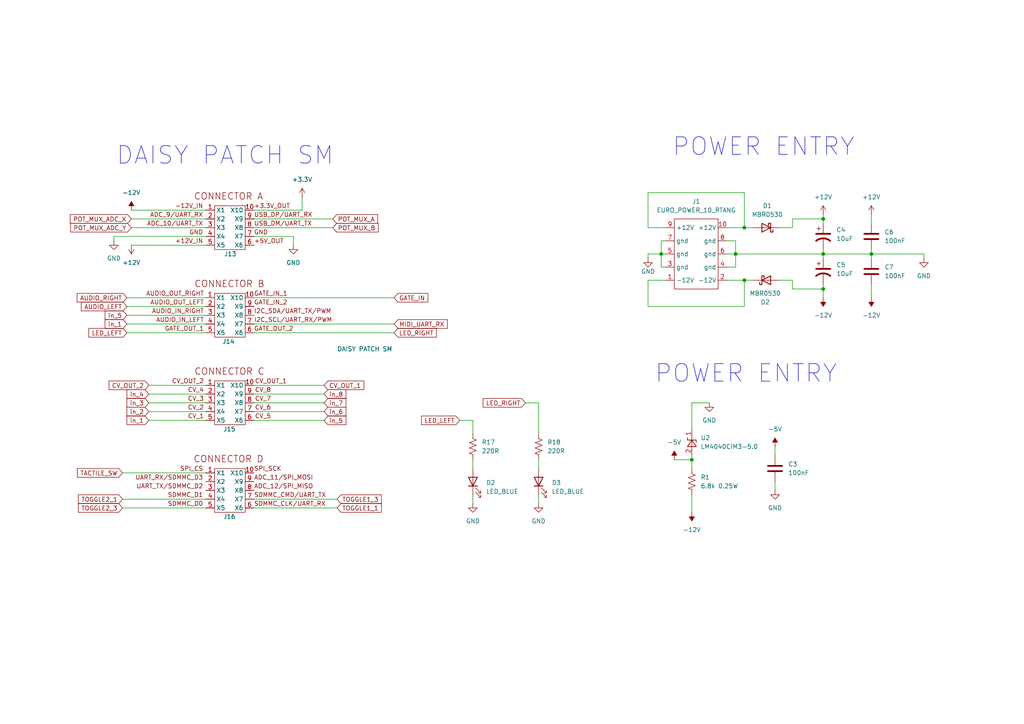
<source format=kicad_sch>
(kicad_sch (version 20250114) (generator "eeschema") (generator_version "9.0")
  (paper "A4")
  (title_block (title "200 Series Synthesis Platform") (date "2025-01-18") (rev "A0") (company "SVG Synthesis"))
  (lib_symbols
    (symbol "0_synthesis_ic:DIODE_MBR0530" (pin_numbers (hide yes)) (pin_names (offset 1.016) (hide yes))
      (property "Reference" "D" (at 0 2.54 0))
      (property "Value" "MBR0530" (at 0 -2.54 0))
      (symbol "DIODE_MBR0530_0_1"
        (polyline (pts (xy -1.905 0.635) (xy -1.905 1.27) (xy -1.27 1.27) (xy -1.27 -1.27) (xy -0.635 -1.27) (xy -0.635 -0.635)) (stroke (width 0.254)))
        (polyline (pts (xy 1.27 1.27) (xy 1.27 -1.27) (xy -1.27 0) (xy 1.27 1.27)) (stroke (width 0.254)))
        (polyline (pts (xy 1.27 0) (xy -1.27 0)))
      )
      (symbol "DIODE_MBR0530_1_1"
        (pin passive line (at -3.81 0 0) (length 2.54) (name "K") (number "1"))
        (pin passive line (at 3.81 0 180) (length 2.54) (name "A") (number "2"))
      )
    )
    (symbol "0_synthesis_ic:VREF_5V_0.5%" (pin_names (offset 0.0254) (hide yes))
      (property "Reference" "U" (at 0 2.54 0))
      (property "Value" "LM4040CIM3-5.0" (at 0 -3.175 0))
      (symbol "VREF_5V_0.5%_0_1"
        (polyline (pts (xy -1.27 0) (xy 0 0) (xy 1.27 0)))
        (polyline (pts (xy -1.27 -1.27) (xy 0.635 0) (xy -1.27 1.27) (xy -1.27 -1.27)) (stroke (width 0.2032)))
        (polyline (pts (xy 0 -1.27) (xy 0.635 -1.27) (xy 0.635 1.27) (xy 1.27 1.27)) (stroke (width 0.2032)))
      )
      (symbol "VREF_5V_0.5%_1_1"
        (pin passive line (at -3.81 0 0) (length 2.54) (name "A") (number "2"))
        (pin no_connect line (at -1.27 0 0) (length 2.54) (hide yes) (name "NC") (number "3"))
        (pin passive line (at 3.81 0 180) (length 2.54) (name "K") (number "1"))
      )
    )
    (symbol "0_synthesis_other:Daisy_Patch_SM_Guide" (in_bom no)
      (property "Value" "DAISY PATCH SM" (at 7.874 -43.18 0))
      (symbol "Daisy_Patch_SM_Guide_1_1"
        (text "-12V_IN" (at 0.508 48.26 0) (effects (font (size 1.27 1.27)) (justify right)))
        (text "ADC_9/UART_RX" (at 0.508 45.72 0) (effects (font (size 1.27 1.27)) (justify right)))
        (text "ADC_10/UART_TX" (at 0.508 43.18 0) (effects (font (size 1.27 1.27)) (justify right)))
        (text "GND" (at 0.508 40.64 0) (effects (font (size 1.27 1.27)) (justify right)))
        (text "+12V_IN" (at 0.508 38.1 0) (effects (font (size 1.27 1.27)) (justify right)))
        (text "SPI_CS" (at 0.508 -27.94 0) (effects (font (size 1.27 1.27)) (justify right)))
        (text "UART_RX/SDMMC_D3" (at 0.508 -30.48 0) (effects (font (size 1.27 1.27)) (justify right)))
        (text "UART_TX/SDMMC_D2" (at 0.508 -33.02 0) (effects (font (size 1.27 1.27)) (justify right)))
        (text "SDMMC_D1" (at 0.508 -35.56 0) (effects (font (size 1.27 1.27)) (justify right)))
        (text "SDMMC_D0" (at 0.508 -38.1 0) (effects (font (size 1.27 1.27)) (justify right)))
        (text "AUDIO_OUT_RIGHT" (at 0.762 22.86 0) (effects (font (size 1.27 1.27)) (justify right)))
        (text "AUDIO_OUT_LEFT" (at 0.762 20.32 0) (effects (font (size 1.27 1.27)) (justify right)))
        (text "AUDIO_IN_RIGHT" (at 0.762 17.78 0) (effects (font (size 1.27 1.27)) (justify right)))
        (text "AUDIO_IN_LEFT" (at 0.762 15.24 0) (effects (font (size 1.27 1.27)) (justify right)))
        (text "GATE_OUT_1" (at 0.762 12.7 0) (effects (font (size 1.27 1.27)) (justify right)))
        (text "CV_OUT_2" (at 0.762 -2.54 0) (effects (font (size 1.27 1.27)) (justify right)))
        (text "CV_4" (at 0.762 -5.08 0) (effects (font (size 1.27 1.27)) (justify right)))
        (text "CV_3" (at 0.762 -7.62 0) (effects (font (size 1.27 1.27)) (justify right)))
        (text "CV_2" (at 0.762 -10.16 0) (effects (font (size 1.27 1.27)) (justify right)))
        (text "CV_1" (at 0.762 -12.7 0) (effects (font (size 1.27 1.27)) (justify right)))
        (text "CONNECTOR A" (at 7.874 51.054 0) (effects (font (size 1.905 1.905))))
        (text "CONNECTOR D" (at 7.874 -25.146 0) (effects (font (size 1.905 1.905))))
        (text "CONNECTOR B" (at 8.128 25.654 0) (effects (font (size 1.905 1.905))))
        (text "CONNECTOR C" (at 8.128 0.254 0) (effects (font (size 1.905 1.905))))
        (text "+3.3V_OUT" (at 15.24 48.26 0) (effects (font (size 1.27 1.27)) (justify left)))
        (text "USB_DP/UART_RX" (at 15.24 45.72 0) (effects (font (size 1.27 1.27)) (justify left)))
        (text "USB_DM/UART_TX" (at 15.24 43.18 0) (effects (font (size 1.27 1.27)) (justify left)))
        (text "GND" (at 15.24 40.64 0) (effects (font (size 1.27 1.27)) (justify left)))
        (text "+5V_OUT" (at 15.24 38.1 0) (effects (font (size 1.27 1.27)) (justify left)))
        (text "GATE_IN_1" (at 15.24 22.86 0) (effects (font (size 1.27 1.27)) (justify left)))
        (text "GATE_IN_2" (at 15.24 20.32 0) (effects (font (size 1.27 1.27)) (justify left)))
        (text "I2C_SDA/UART_TX/PWM" (at 15.24 17.78 0) (effects (font (size 1.27 1.27)) (justify left)))
        (text "I2C_SCL/UART_RX/PWM" (at 15.24 15.24 0) (effects (font (size 1.27 1.27)) (justify left)))
        (text "GATE_OUT_2" (at 15.24 12.7 0) (effects (font (size 1.27 1.27)) (justify left)))
        (text "SPI_SCK" (at 15.24 -27.94 0) (effects (font (size 1.27 1.27)) (justify left)))
        (text "ADC_11/SPI_MOSI" (at 15.24 -30.48 0) (effects (font (size 1.27 1.27)) (justify left)))
        (text "ADC_12/SPI_MISO" (at 15.24 -33.02 0) (effects (font (size 1.27 1.27)) (justify left)))
        (text "SDMMC_CMD/UART_TX" (at 15.24 -35.56 0) (effects (font (size 1.27 1.27)) (justify left)))
        (text "SDMMC_CLK/UART_RX" (at 15.24 -38.1 0) (effects (font (size 1.27 1.27)) (justify left)))
        (text "CV_OUT_1" (at 15.494 -2.54 0) (effects (font (size 1.27 1.27)) (justify left)))
        (text "CV_8" (at 15.494 -5.08 0) (effects (font (size 1.27 1.27)) (justify left)))
        (text "CV_7" (at 15.494 -7.62 0) (effects (font (size 1.27 1.27)) (justify left)))
        (text "CV_6" (at 15.494 -10.16 0) (effects (font (size 1.27 1.27)) (justify left)))
        (text "CV_5" (at 15.494 -12.7 0) (effects (font (size 1.27 1.27)) (justify left)))
      )
    )
    (symbol "0_synthesis_other:EURO_POWER_10_RTANG"
      (property "Reference" "J" (at -5.08 11.43 0))
      (property "Value" "EURO_POWER_10_RTANG" (at 0 -11.43 0))
      (symbol "EURO_POWER_10_RTANG_0_1"
        (rectangle (start -6.35 10.16) (end 6.35 -10.16))
      )
      (symbol "EURO_POWER_10_RTANG_1_1"
        (pin power_in line (at -8.89 7.62 0) (length 2.54) (name "+12V") (number "9"))
        (pin power_in line (at -8.89 3.81 0) (length 2.54) (name "gnd") (number "7"))
        (pin power_in line (at -8.89 0 0) (length 2.54) (name "gnd") (number "5"))
        (pin power_in line (at -8.89 -3.81 0) (length 2.54) (name "gnd") (number "3"))
        (pin power_in line (at -8.89 -7.62 0) (length 2.54) (name "-12V") (number "1"))
        (pin power_in line (at 8.89 7.62 180) (length 2.54) (name "+12V") (number "10"))
        (pin power_in line (at 8.89 3.81 180) (length 2.54) (name "gnd") (number "8"))
        (pin power_in line (at 8.89 0 180) (length 2.54) (name "gnd") (number "6"))
        (pin power_in line (at 8.89 -3.81 180) (length 2.54) (name "gnd") (number "4"))
        (pin power_in line (at 8.89 -7.62 180) (length 2.54) (name "-12V") (number "2"))
      )
    )
    (symbol "0_synthesis_other:HEADER_FEMALE_2X5_BOTTOM_ENTRY_SMT"
      (property "Reference" "J" (at 0 1.016 0))
      (symbol "HEADER_FEMALE_2X5_BOTTOM_ENTRY_SMT_1_1"
        (rectangle (start 0 0) (end 8.89 -12.7))
        (pin bidirectional line (at -2.54 -1.27 0) (length 2.54) (name "X1") (number "1"))
        (pin bidirectional line (at -2.54 -3.81 0) (length 2.54) (name "X2") (number "2"))
        (pin bidirectional line (at -2.54 -6.35 0) (length 2.54) (name "X3") (number "3"))
        (pin bidirectional line (at -2.54 -8.89 0) (length 2.54) (name "X4") (number "4"))
        (pin bidirectional line (at -2.54 -11.43 0) (length 2.54) (name "X5") (number "5"))
        (pin bidirectional line (at 11.43 -1.27 180) (length 2.54) (name "X10") (number "10"))
        (pin bidirectional line (at 11.43 -3.81 180) (length 2.54) (name "X9") (number "9"))
        (pin bidirectional line (at 11.43 -6.35 180) (length 2.54) (name "X8") (number "8"))
        (pin bidirectional line (at 11.43 -8.89 180) (length 2.54) (name "X7") (number "7"))
        (pin bidirectional line (at 11.43 -11.43 180) (length 2.54) (name "X6") (number "6"))
      )
    )
    (symbol "0_synthesis_other:LED_BLUE_0603" (pin_numbers (hide yes)) (pin_names (offset 1.016) (hide yes))
      (property "Reference" "D" (at 0 2.54 0))
      (property "Value" "LED_BLUE" (at 0 -2.54 0))
      (symbol "LED_BLUE_0603_0_1"
        (polyline (pts (xy -3.048 -0.762) (xy -4.572 -2.286) (xy -3.81 -2.286) (xy -4.572 -2.286) (xy -4.572 -1.524)))
        (polyline (pts (xy -1.778 -0.762) (xy -3.302 -2.286) (xy -2.54 -2.286) (xy -3.302 -2.286) (xy -3.302 -1.524)))
        (polyline (pts (xy -1.27 0) (xy 1.27 0)))
        (polyline (pts (xy -1.27 -1.27) (xy -1.27 1.27)) (stroke (width 0.254)))
        (polyline (pts (xy 1.27 -1.27) (xy 1.27 1.27) (xy -1.27 0) (xy 1.27 -1.27)) (stroke (width 0.254)))
      )
      (symbol "LED_BLUE_0603_1_1"
        (pin passive line (at -3.81 0 0) (length 2.54) (name "K") (number "1"))
        (pin passive line (at 3.81 0 180) (length 2.54) (name "A") (number "2"))
      )
    )
    (symbol "0_synthesis_passives:CAP_100NF_0603_X7R" (pin_numbers (hide yes)) (pin_names (offset 0.254))
      (property "Reference" "C" (at 0.635 2.54 0))
      (property "Value" "100nF" (at 0.635 -2.54 0))
      (symbol "CAP_100NF_0603_X7R_0_1"
        (polyline (pts (xy -2.032 0.762) (xy 2.032 0.762)) (stroke (width 0.508)))
        (polyline (pts (xy -2.032 -0.762) (xy 2.032 -0.762)) (stroke (width 0.508)))
      )
      (symbol "CAP_100NF_0603_X7R_1_1"
        (pin passive line (at 0 3.81 270) (length 2.794) (name "~") (number "1"))
        (pin passive line (at 0 -3.81 90) (length 2.794) (name "~") (number "2"))
      )
    )
    (symbol "0_synthesis_passives:CAP_10UF_ELECTOLYTIC" (pin_numbers (hide yes)) (pin_names (offset 0.254) (hide yes))
      (property "Reference" "C" (at 0.635 2.54 0))
      (property "Value" "10uF" (at 0.635 -2.54 0))
      (symbol "CAP_10UF_ELECTOLYTIC_0_1"
        (polyline (pts (xy -2.032 0.762) (xy 2.032 0.762)) (stroke (width 0.508)))
        (polyline (pts (xy -1.778 2.286) (xy -0.762 2.286)))
        (polyline (pts (xy -1.27 1.778) (xy -1.27 2.794)))
        (arc (start -2.032 -1.27) (mid 0 -0.5572) (end 2.032 -1.27) (stroke (width 0.508)))
      )
      (symbol "CAP_10UF_ELECTOLYTIC_1_1"
        (pin passive line (at 0 3.81 270) (length 2.794) (name "~") (number "1"))
        (pin passive line (at 0 -3.81 90) (length 3.302) (name "~") (number "2"))
      )
    )
    (symbol "0_synthesis_passives:RES_220R_0603" (pin_numbers (hide yes)) (pin_names (offset 0))
      (property "Reference" "R" (at 2.54 0 90))
      (property "Value" "220R" (at -2.54 0 90))
      (symbol "RES_220R_0603_0_1"
        (polyline (pts (xy 0 2.286) (xy 0 2.54)))
        (polyline (pts (xy 0 2.286) (xy 1.016 1.905) (xy 0 1.524) (xy -1.016 1.143) (xy 0 0.762)))
        (polyline (pts (xy 0 0.762) (xy 1.016 0.381) (xy 0 0) (xy -1.016 -0.381) (xy 0 -0.762)))
        (polyline (pts (xy 0 -0.762) (xy 1.016 -1.143) (xy 0 -1.524) (xy -1.016 -1.905) (xy 0 -2.286)))
        (polyline (pts (xy 0 -2.286) (xy 0 -2.54)))
      )
      (symbol "RES_220R_0603_1_1"
        (pin passive line (at 0 3.81 270) (length 1.27) (name "~") (number "1"))
        (pin passive line (at 0 -3.81 90) (length 1.27) (name "~") (number "2"))
      )
    )
    (symbol "0_synthesis_passives:RES_6.8k_1206_0.25W" (pin_numbers (hide yes)) (pin_names (offset 0))
      (property "Reference" "R" (at 2.54 0 90))
      (property "Value" "6.8k 0.25W" (at -2.54 0 90))
      (symbol "RES_6.8k_1206_0.25W_0_1"
        (polyline (pts (xy 0 2.286) (xy 0 2.54)))
        (polyline (pts (xy 0 2.286) (xy 1.016 1.905) (xy 0 1.524) (xy -1.016 1.143) (xy 0 0.762)))
        (polyline (pts (xy 0 0.762) (xy 1.016 0.381) (xy 0 0) (xy -1.016 -0.381) (xy 0 -0.762)))
        (polyline (pts (xy 0 -0.762) (xy 1.016 -1.143) (xy 0 -1.524) (xy -1.016 -1.905) (xy 0 -2.286)))
        (polyline (pts (xy 0 -2.286) (xy 0 -2.54)))
      )
      (symbol "RES_6.8k_1206_0.25W_1_1"
        (pin passive line (at 0 3.81 270) (length 1.27) (name "~") (number "1"))
        (pin passive line (at 0 -3.81 90) (length 1.27) (name "~") (number "2"))
      )
    )
    (symbol "power:+12V" (power) (pin_numbers (hide yes)) (pin_names (offset 0) (hide yes))
      (property "Value" "+12V" (at 0 3.556 0))
      (symbol "+12V_0_1"
        (polyline (pts (xy -0.762 1.27) (xy 0 2.54)))
        (polyline (pts (xy 0 2.54) (xy 0.762 1.27)))
        (polyline (pts (xy 0 0) (xy 0 2.54)))
      )
      (symbol "+12V_1_1"
        (pin power_in line (at 0 0 90) (length 0) (name "~") (number "1"))
      )
    )
    (symbol "power:+3.3V" (power) (pin_numbers (hide yes)) (pin_names (offset 0) (hide yes))
      (property "Value" "+3.3V" (at 0 3.556 0))
      (symbol "+3.3V_0_1"
        (polyline (pts (xy -0.762 1.27) (xy 0 2.54)))
        (polyline (pts (xy 0 2.54) (xy 0.762 1.27)))
        (polyline (pts (xy 0 0) (xy 0 2.54)))
      )
      (symbol "+3.3V_1_1"
        (pin power_in line (at 0 0 90) (length 0) (name "~") (number "1"))
      )
    )
    (symbol "power:-12V" (power) (pin_numbers (hide yes)) (pin_names (offset 0) (hide yes))
      (property "Value" "-12V" (at 0 3.556 0))
      (symbol "-12V_0_0"
        (pin power_in line (at 0 0 90) (length 0) (name "~") (number "1"))
      )
      (symbol "-12V_0_1"
        (polyline (pts (xy 0 0) (xy 0 1.27) (xy 0.762 1.27) (xy 0 2.54) (xy -0.762 1.27) (xy 0 1.27)) (fill (type outline)))
      )
    )
    (symbol "power:-5V" (power) (pin_numbers (hide yes)) (pin_names (offset 0) (hide yes))
      (property "Value" "-5V" (at 0 3.556 0))
      (symbol "-5V_0_0"
        (pin power_in line (at 0 0 90) (length 0) (name "~") (number "1"))
      )
      (symbol "-5V_0_1"
        (polyline (pts (xy 0 0) (xy 0 1.27) (xy 0.762 1.27) (xy 0 2.54) (xy -0.762 1.27) (xy 0 1.27)) (fill (type outline)))
      )
    )
    (symbol "power:GND" (power) (pin_numbers (hide yes)) (pin_names (offset 0) (hide yes))
      (property "Value" "GND" (at 0 -3.81 0))
      (symbol "GND_0_1"
        (polyline (pts (xy 0 0) (xy 0 -1.27) (xy 1.27 -1.27) (xy 0 -2.54) (xy -1.27 -1.27) (xy 0 -1.27)))
      )
      (symbol "GND_1_1"
        (pin power_in line (at 0 0 270) (length 0) (name "~") (number "1"))
      )
    )
  )
  (text "DAISY PATCH SM" (at 65.278 45.212 0) (effects (font (size 5.08 5.08))))
  (text "POWER ENTRY" (at 221.488 42.672 0) (effects (font (size 5.08 5.08))))
  (text "POWER ENTRY" (at 216.408 108.458 0) (effects (font (size 5.08 5.08))))
  (junction (at 238.76 73.66))
  (junction (at 213.36 73.66))
  (junction (at 191.77 73.66))
  (junction (at 238.76 63.5))
  (junction (at 200.66 133.35))
  (junction (at 215.9 66.04))
  (junction (at 215.9 81.28))
  (junction (at 238.76 83.82))
  (junction (at 252.73 73.66))
  (wire (pts (xy 213.36 73.66) (xy 238.76 73.66)))
  (wire (pts (xy 205.74 116.84) (xy 200.66 116.84)))
  (wire (pts (xy 238.76 62.23) (xy 238.76 63.5)))
  (wire (pts (xy 191.77 69.85) (xy 191.77 73.66)))
  (wire (pts (xy 152.4 116.84) (xy 156.21 116.84)))
  (wire (pts (xy 215.9 81.28) (xy 215.9 88.9)))
  (wire (pts (xy 137.16 143.51) (xy 137.16 146.05)))
  (wire (pts (xy 210.82 81.28) (xy 215.9 81.28)))
  (wire (pts (xy 97.79 147.32) (xy 73.66 147.32)))
  (wire (pts (xy 156.21 143.51) (xy 156.21 146.05)))
  (wire (pts (xy 200.66 132.08) (xy 200.66 133.35)))
  (wire (pts (xy 93.98 111.76) (xy 73.66 111.76)))
  (wire (pts (xy 238.76 72.39) (xy 238.76 73.66)))
  (wire (pts (xy 59.69 96.52) (xy 36.83 96.52)))
  (wire (pts (xy 59.69 91.44) (xy 36.83 91.44)))
  (wire (pts (xy 252.73 72.39) (xy 252.73 73.66)))
  (wire (pts (xy 191.77 73.66) (xy 193.04 73.66)))
  (wire (pts (xy 93.98 116.84) (xy 73.66 116.84)))
  (wire (pts (xy 187.96 55.88) (xy 215.9 55.88)))
  (wire (pts (xy 59.69 86.36) (xy 36.83 86.36)))
  (wire (pts (xy 238.76 83.82) (xy 238.76 86.36)))
  (wire (pts (xy 85.09 68.58) (xy 85.09 71.12)))
  (wire (pts (xy 59.69 116.84) (xy 43.18 116.84)))
  (wire (pts (xy 73.66 68.58) (xy 85.09 68.58)))
  (wire (pts (xy 210.82 73.66) (xy 213.36 73.66)))
  (wire (pts (xy 133.35 121.92) (xy 137.16 121.92)))
  (wire (pts (xy 215.9 66.04) (xy 218.44 66.04)))
  (wire (pts (xy 73.66 93.98) (xy 114.3 93.98)))
  (wire (pts (xy 238.76 82.55) (xy 238.76 83.82)))
  (wire (pts (xy 59.69 93.98) (xy 36.83 93.98)))
  (wire (pts (xy 229.87 63.5) (xy 238.76 63.5)))
  (wire (pts (xy 226.06 66.04) (xy 229.87 66.04)))
  (wire (pts (xy 59.69 68.58) (xy 33.02 68.58)))
  (wire (pts (xy 187.96 66.04) (xy 187.96 55.88)))
  (wire (pts (xy 59.69 60.96) (xy 38.1 60.96)))
  (wire (pts (xy 215.9 81.28) (xy 218.44 81.28)))
  (wire (pts (xy 238.76 73.66) (xy 238.76 74.93)))
  (wire (pts (xy 59.69 119.38) (xy 43.18 119.38)))
  (wire (pts (xy 87.63 57.15) (xy 87.63 60.96)))
  (wire (pts (xy 33.02 68.58) (xy 33.02 69.85)))
  (wire (pts (xy 59.69 66.04) (xy 38.1 66.04)))
  (wire (pts (xy 193.04 66.04) (xy 187.96 66.04)))
  (wire (pts (xy 200.66 133.35) (xy 200.66 135.89)))
  (wire (pts (xy 200.66 143.51) (xy 200.66 148.59)))
  (wire (pts (xy 224.79 129.54) (xy 224.79 132.08)))
  (wire (pts (xy 96.52 66.04) (xy 73.66 66.04)))
  (wire (pts (xy 59.69 144.78) (xy 35.56 144.78)))
  (wire (pts (xy 252.73 82.55) (xy 252.73 86.36)))
  (wire (pts (xy 96.52 63.5) (xy 73.66 63.5)))
  (wire (pts (xy 195.58 133.35) (xy 200.66 133.35)))
  (wire (pts (xy 210.82 77.47) (xy 213.36 77.47)))
  (wire (pts (xy 59.69 137.16) (xy 35.56 137.16)))
  (wire (pts (xy 193.04 81.28) (xy 187.96 81.28)))
  (wire (pts (xy 59.69 121.92) (xy 43.18 121.92)))
  (wire (pts (xy 193.04 77.47) (xy 191.77 77.47)))
  (wire (pts (xy 229.87 66.04) (xy 229.87 63.5)))
  (wire (pts (xy 97.79 144.78) (xy 73.66 144.78)))
  (wire (pts (xy 226.06 81.28) (xy 229.87 81.28)))
  (wire (pts (xy 59.69 114.3) (xy 43.18 114.3)))
  (wire (pts (xy 87.63 60.96) (xy 73.66 60.96)))
  (wire (pts (xy 59.69 71.12) (xy 38.1 71.12)))
  (wire (pts (xy 187.96 81.28) (xy 187.96 88.9)))
  (wire (pts (xy 193.04 69.85) (xy 191.77 69.85)))
  (wire (pts (xy 252.73 73.66) (xy 267.97 73.66)))
  (wire (pts (xy 210.82 66.04) (xy 215.9 66.04)))
  (wire (pts (xy 210.82 69.85) (xy 213.36 69.85)))
  (wire (pts (xy 114.3 96.52) (xy 73.66 96.52)))
  (wire (pts (xy 137.16 133.35) (xy 137.16 135.89)))
  (wire (pts (xy 93.98 119.38) (xy 73.66 119.38)))
  (wire (pts (xy 213.36 69.85) (xy 213.36 73.66)))
  (wire (pts (xy 59.69 63.5) (xy 38.1 63.5)))
  (wire (pts (xy 137.16 125.73) (xy 137.16 121.92)))
  (wire (pts (xy 59.69 147.32) (xy 35.56 147.32)))
  (wire (pts (xy 187.96 74.93) (xy 187.96 73.66)))
  (wire (pts (xy 59.69 88.9) (xy 36.83 88.9)))
  (wire (pts (xy 187.96 88.9) (xy 215.9 88.9)))
  (wire (pts (xy 267.97 73.66) (xy 267.97 74.93)))
  (wire (pts (xy 238.76 63.5) (xy 238.76 64.77)))
  (wire (pts (xy 200.66 116.84) (xy 200.66 124.46)))
  (wire (pts (xy 252.73 62.23) (xy 252.73 64.77)))
  (wire (pts (xy 156.21 133.35) (xy 156.21 135.89)))
  (wire (pts (xy 215.9 55.88) (xy 215.9 66.04)))
  (wire (pts (xy 114.3 86.36) (xy 73.66 86.36)))
  (wire (pts (xy 252.73 73.66) (xy 252.73 74.93)))
  (wire (pts (xy 93.98 114.3) (xy 73.66 114.3)))
  (wire (pts (xy 229.87 83.82) (xy 238.76 83.82)))
  (wire (pts (xy 156.21 125.73) (xy 156.21 116.84)))
  (wire (pts (xy 229.87 81.28) (xy 229.87 83.82)))
  (wire (pts (xy 59.69 111.76) (xy 43.18 111.76)))
  (wire (pts (xy 187.96 73.66) (xy 191.77 73.66)))
  (wire (pts (xy 191.77 77.47) (xy 191.77 73.66)))
  (wire (pts (xy 213.36 73.66) (xy 213.36 77.47)))
  (wire (pts (xy 93.98 121.92) (xy 73.66 121.92)))
  (wire (pts (xy 224.79 139.7) (xy 224.79 142.24)))
  (wire (pts (xy 238.76 73.66) (xy 252.73 73.66)))
  (global_label "TOGGLE1_3" (shape input) (at 97.79 144.78 0) (property "Intersheetrefs" "${INTERSHEET_REFS}" (effects (hide yes))))
  (global_label "AUDIO_RIGHT" (shape input) (at 36.83 86.36 180) (property "Intersheetrefs" "${INTERSHEET_REFS}" (effects (hide yes))))
  (global_label "CV_OUT_1" (shape input) (at 93.98 111.76 0) (property "Intersheetrefs" "${INTERSHEET_REFS}" (effects (hide yes))))
  (global_label "in_2" (shape input) (at 43.18 119.38 180) (property "Intersheetrefs" "${INTERSHEET_REFS}" (effects (hide yes))))
  (global_label "LED_RIGHT" (shape input) (at 114.3 96.52 0) (property "Intersheetrefs" "${INTERSHEET_REFS}" (effects (hide yes))))
  (global_label "AUDIO_LEFT" (shape input) (at 36.83 88.9 180) (property "Intersheetrefs" "${INTERSHEET_REFS}" (effects (hide yes))))
  (global_label "TOGGLE1_1" (shape input) (at 97.79 147.32 0) (property "Intersheetrefs" "${INTERSHEET_REFS}" (effects (hide yes))))
  (global_label "POT_MUX_ADC_Y" (shape input) (at 38.1 66.04 180) (property "Intersheetrefs" "${INTERSHEET_REFS}" (effects (hide yes))))
  (global_label "in_5" (shape input) (at 93.98 121.92 0) (property "Intersheetrefs" "${INTERSHEET_REFS}" (effects (hide yes))))
  (global_label "POT_MUX_B" (shape input) (at 96.52 66.04 0) (property "Intersheetrefs" "${INTERSHEET_REFS}" (effects (hide yes))))
  (global_label "in_5" (shape input) (at 36.83 91.44 180) (property "Intersheetrefs" "${INTERSHEET_REFS}" (effects (hide yes))))
  (global_label "in_1" (shape input) (at 36.83 93.98 180) (property "Intersheetrefs" "${INTERSHEET_REFS}" (effects (hide yes))))
  (global_label "in_8" (shape input) (at 93.98 114.3 0) (property "Intersheetrefs" "${INTERSHEET_REFS}" (effects (hide yes))))
  (global_label "CV_OUT_2" (shape input) (at 43.18 111.76 180) (property "Intersheetrefs" "${INTERSHEET_REFS}" (effects (hide yes))))
  (global_label "TACTILE_SW" (shape input) (at 35.56 137.16 180) (property "Intersheetrefs" "${INTERSHEET_REFS}" (effects (hide yes))))
  (global_label "in_1" (shape input) (at 43.18 121.92 180) (property "Intersheetrefs" "${INTERSHEET_REFS}" (effects (hide yes))))
  (global_label "MIDI_UART_RX" (shape input) (at 114.3 93.98 0) (property "Intersheetrefs" "${INTERSHEET_REFS}" (effects (hide yes))))
  (global_label "in_6" (shape input) (at 93.98 119.38 0) (property "Intersheetrefs" "${INTERSHEET_REFS}" (effects (hide yes))))
  (global_label "LED_LEFT" (shape input) (at 36.83 96.52 180) (property "Intersheetrefs" "${INTERSHEET_REFS}" (effects (hide yes))))
  (global_label "TOGGLE2_3" (shape input) (at 35.56 147.32 180) (property "Intersheetrefs" "${INTERSHEET_REFS}" (effects (hide yes))))
  (global_label "in_4" (shape input) (at 43.18 114.3 180) (property "Intersheetrefs" "${INTERSHEET_REFS}" (effects (hide yes))))
  (global_label "TOGGLE2_1" (shape input) (at 35.56 144.78 180) (property "Intersheetrefs" "${INTERSHEET_REFS}" (effects (hide yes))))
  (global_label "GATE_IN" (shape input) (at 114.3 86.36 0) (property "Intersheetrefs" "${INTERSHEET_REFS}" (effects (hide yes))))
  (global_label "in_7" (shape input) (at 93.98 116.84 0) (property "Intersheetrefs" "${INTERSHEET_REFS}" (effects (hide yes))))
  (global_label "POT_MUX_ADC_X" (shape input) (at 38.1 63.5 180) (property "Intersheetrefs" "${INTERSHEET_REFS}" (effects (hide yes))))
  (global_label "LED_RIGHT" (shape input) (at 152.4 116.84 180) (property "Intersheetrefs" "${INTERSHEET_REFS}" (effects (hide yes))))
  (global_label "LED_LEFT" (shape input) (at 133.35 121.92 180) (property "Intersheetrefs" "${INTERSHEET_REFS}" (effects (hide yes))))
  (global_label "POT_MUX_A" (shape input) (at 96.52 63.5 0) (property "Intersheetrefs" "${INTERSHEET_REFS}" (effects (hide yes))))
  (global_label "in_3" (shape input) (at 43.18 116.84 180) (property "Intersheetrefs" "${INTERSHEET_REFS}" (effects (hide yes))))
  (symbol (lib_id "power:GND") (at 267.97 74.93 0) (unit 1)
    (property "Reference" "#PWR058" (effects (hide yes)))
    (property "Value" "GND" (at 267.97 80.01 0))
    (property "Description" "Power symbol creates a global label with name \"GND\" , ground" (effects (hide yes)))
    (instances (project "" (path "" (reference "#PWR016") (unit 1)) (path "" (reference "#PWR058") (unit 1))))
  )
  (symbol (lib_id "0_synthesis_ic:DIODE_MBR0530") (at 222.25 81.28 0) (mirror x) (unit 1)
    (property "Reference" "D5" (at 221.9325 87.63 0))
    (property "Value" "MBR0530" (at 221.9325 85.09 0))
    (property "Footprint" "0_synthesis_smt:D_SOD-123" (effects (hide yes)))
    (property "Description" "DIODE SCHOTTKY 30V 500MA SOD123" (effects (hide yes)))
    (property "MFR" "ONSEMI" (effects (hide yes)))
    (property "MPN" "MBR0530T1G" (effects (hide yes)))
    (property "LCSC" "C82046" (effects (hide yes)))
    (instances (project "" (path "" (reference "D2") (unit 1)) (path "" (reference "D5") (unit 1))))
  )
  (symbol (lib_id "0_synthesis_other:LED_BLUE_0603") (at 156.21 139.7 90) (unit 1)
    (property "Reference" "D3" (at 160.02 140.0174 90) (effects (justify right)))
    (property "Value" "LED_BLUE" (at 160.02 142.5574 90) (effects (justify right)))
    (property "Footprint" "0_synthesis_smt:LED_0603_1608Metric" (effects (hide yes)))
    (property "Description" "LED BLUE CLEAR 0603 SMD" (effects (hide yes)))
    (property "MFR" "WUERTH ELEKTRONIK" (effects (hide yes)))
    (property "MPN" "150060BS75000" (effects (hide yes)))
    (property "LCSC" "C5197644" (effects (hide yes)))
  )
  (symbol (lib_id "power:-5V") (at 224.79 129.54 0) (unit 1)
    (property "Reference" "#PWR052" (effects (hide yes)))
    (property "Value" "-5V" (at 224.79 124.46 0))
    (property "Description" "Power symbol creates a global label with name \"-5V\"" (effects (hide yes)))
    (instances (project "" (path "" (reference "#PWR010") (unit 1)) (path "" (reference "#PWR052") (unit 1))))
  )
  (symbol (lib_id "0_synthesis_other:EURO_POWER_10_RTANG") (at 201.93 73.66 0) (unit 1)
    (property "Reference" "J17" (at 201.93 58.42 0))
    (property "Value" "EURO_POWER_10_RTANG" (at 201.93 60.96 0))
    (property "Footprint" "0_synthesis_tht:EURO_POWER_10_RTANG" (effects (hide yes)))
    (property "Description" "CONN HEADER R/A 10POS 2.54MM" (effects (hide yes)))
    (property "MFR" "WUERTH ELEKTRONIK" (effects (hide yes)))
    (property "MPN" "61201021721" (effects (hide yes)))
    (property "LCSC" "C5117909" (effects (hide yes)))
    (instances (project "" (path "" (reference "J1") (unit 1)) (path "" (reference "J17") (unit 1))))
  )
  (symbol (lib_id "power:GND") (at 137.16 146.05 0) (unit 1)
    (property "Reference" "#PWR043" (effects (hide yes)))
    (property "Value" "GND" (at 137.16 151.13 0))
    (property "Description" "Power symbol creates a global label with name \"GND\" , ground" (effects (hide yes)))
  )
  (symbol (lib_id "power:+12V") (at 38.1 71.12 0) (mirror x) (unit 1)
    (property "Reference" "#PWR038" (effects (hide yes)))
    (property "Value" "+12V" (at 38.1 76.2 0))
    (property "Description" "Power symbol creates a global label with name \"+12V\"" (effects (hide yes)))
  )
  (symbol (lib_id "power:GND") (at 205.74 116.84 0) (unit 1)
    (property "Reference" "#PWR051" (effects (hide yes)))
    (property "Value" "GND" (at 205.74 121.92 0))
    (property "Description" "Power symbol creates a global label with name \"GND\" , ground" (effects (hide yes)))
    (instances (project "" (path "" (reference "#PWR09") (unit 1)) (path "" (reference "#PWR051") (unit 1))))
  )
  (symbol (lib_id "0_synthesis_passives:RES_6.8k_1206_0.25W") (at 200.66 139.7 0) (unit 1)
    (property "Reference" "R19" (at 203.2 138.4299 0) (effects (justify left)))
    (property "Value" "6.8k 0.25W" (at 203.2 140.9699 0) (effects (justify left)))
    (property "Footprint" "0_synthesis_smt:R_1206_3216Metric" (effects (hide yes)))
    (property "Description" "RES 6.8K OHM 1% 1/4W 1206" (effects (hide yes)))
    (property "MFR" "YAGEO" (effects (hide yes)))
    (property "MPN" "RC1206FR-076K8L" (effects (hide yes)))
    (property "LCSC" "C246053" (effects (hide yes)))
    (instances (project "" (path "" (reference "R1") (unit 1)) (path "" (reference "R19") (unit 1))))
  )
  (symbol (lib_id "0_synthesis_other:HEADER_FEMALE_2X5_BOTTOM_ENTRY_SMT") (at 62.23 135.89 0) (unit 1)
    (property "Reference" "J16" (at 66.548 149.86 0))
    (property "Footprint" "0_synthesis_smt:HEADER_2X10_BOTTOM_ENTRY_966210-2000-AR-PR" (effects (hide yes)))
    (property "Description" "CONN RCPT 10POS 0.1 GOLD SMD" (effects (hide yes)))
    (property "MFR" "HARWIN" (effects (hide yes)))
    (property "MPN" "M20-7870546" (effects (hide yes)))
    (property "LCSC" "C6084393" (effects (hide yes)))
    (property "MPN2" "966210-2000-AR-PR" (effects (hide yes)))
    (property "MFR2" "3M" (effects (hide yes)))
    (property "MPN ALTERNATE" "966210-2000-AR-PR" (effects (hide yes)))
    (property "MFR ALTERNATE" "3M" (effects (hide yes)))
  )
  (symbol (lib_id "0_synthesis_passives:CAP_100NF_0603_X7R") (at 224.79 135.89 0) (unit 1)
    (property "Reference" "C11" (at 228.6 134.6199 0) (effects (justify left)))
    (property "Value" "100nF" (at 228.6 137.1599 0) (effects (justify left)))
    (property "Footprint" "0_synthesis_smt:C_0603_1608Metric" (effects (hide yes)))
    (property "Description" "CAP CER 0.1UF 50V X7R 0603" (effects (hide yes)))
    (property "MFR" "YAGEO" (effects (hide yes)))
    (property "MPN" "CC0603KRX7R9BB104" (effects (hide yes)))
    (property "LCSC" "C14663" (effects (hide yes)))
    (instances (project "" (path "" (reference "C3") (unit 1)) (path "" (reference "C11") (unit 1))))
  )
  (symbol (lib_id "power:-12V") (at 252.73 86.36 180) (unit 1)
    (property "Reference" "#PWR057" (effects (hide yes)))
    (property "Value" "-12V" (at 252.73 91.44 0))
    (property "Description" "Power symbol creates a global label with name \"-12V\"" (effects (hide yes)))
    (instances (project "" (path "" (reference "#PWR015") (unit 1)) (path "" (reference "#PWR057") (unit 1))))
  )
  (symbol (lib_id "power:GND") (at 33.02 69.85 0) (mirror y) (unit 1)
    (property "Reference" "#PWR036" (effects (hide yes)))
    (property "Value" "GND" (at 33.02 74.93 0))
    (property "Description" "Power symbol creates a global label with name \"GND\" , ground" (effects (hide yes)))
  )
  (symbol (lib_id "0_synthesis_other:Daisy_Patch_SM_Guide") (at 58.42 107.95 0) (unit 1) (in_bom no)
    (property "Reference" "M1" (effects (hide yes)))
    (property "Value" "DAISY PATCH SM" (at 97.79 101.2176 0) (effects (justify left)))
    (property "Footprint" "0_synthesis_tht:DAISY_PATCH_SM_OUTLINE" (effects (hide yes)))
    (property "Description" "Symbol and Layout Guide Only" (effects (hide yes)))
  )
  (symbol (lib_id "0_synthesis_passives:CAP_10UF_ELECTOLYTIC") (at 238.76 68.58 0) (unit 1)
    (property "Reference" "C7" (at 242.57 66.6749 0) (effects (justify left)))
    (property "Value" "10uF" (at 242.57 69.2149 0) (effects (justify left)))
    (property "Footprint" "0_synthesis_smt:CAP_EEE-FK1V100UR" (effects (hide yes)))
    (property "Description" "CAP ALUM 10UF 20% 35V SMD" (effects (hide yes)))
    (property "MFR" "PANASONIC" (effects (hide yes)))
    (property "MPN" "EEE-FK1V100UR" (effects (hide yes)))
    (property "LCSC" "C178558" (effects (hide yes)))
    (instances (project "" (path "" (reference "C4") (unit 1)) (path "" (reference "C7") (unit 1))))
  )
  (symbol (lib_id "0_synthesis_ic:DIODE_MBR0530") (at 222.25 66.04 180) (unit 1)
    (property "Reference" "D4" (at 222.5675 59.69 0))
    (property "Value" "MBR0530" (at 222.5675 62.23 0))
    (property "Footprint" "0_synthesis_smt:D_SOD-123" (effects (hide yes)))
    (property "Description" "DIODE SCHOTTKY 30V 500MA SOD123" (effects (hide yes)))
    (property "MFR" "ONSEMI" (effects (hide yes)))
    (property "MPN" "MBR0530T1G" (effects (hide yes)))
    (property "LCSC" "C82046" (effects (hide yes)))
    (instances (project "" (path "" (reference "D1") (unit 1)) (path "" (reference "D4") (unit 1))))
  )
  (symbol (lib_id "0_synthesis_passives:CAP_10UF_ELECTOLYTIC") (at 238.76 78.74 0) (unit 1)
    (property "Reference" "C8" (at 242.57 76.8349 0) (effects (justify left)))
    (property "Value" "10uF" (at 242.57 79.3749 0) (effects (justify left)))
    (property "Footprint" "0_synthesis_smt:CAP_EEE-FK1V100UR" (effects (hide yes)))
    (property "Description" "CAP ALUM 10UF 20% 35V SMD" (effects (hide yes)))
    (property "MFR" "PANASONIC" (effects (hide yes)))
    (property "MPN" "EEE-FK1V100UR" (effects (hide yes)))
    (property "LCSC" "C178558" (effects (hide yes)))
    (instances (project "" (path "" (reference "C5") (unit 1)) (path "" (reference "C8") (unit 1))))
  )
  (symbol (lib_id "power:-12V") (at 238.76 86.36 180) (unit 1)
    (property "Reference" "#PWR055" (effects (hide yes)))
    (property "Value" "-12V" (at 238.76 91.44 0))
    (property "Description" "Power symbol creates a global label with name \"-12V\"" (effects (hide yes)))
    (instances (project "" (path "" (reference "#PWR013") (unit 1)) (path "" (reference "#PWR055") (unit 1))))
  )
  (symbol (lib_id "power:GND") (at 85.09 71.12 0) (mirror y) (unit 1)
    (property "Reference" "#PWR039" (effects (hide yes)))
    (property "Value" "GND" (at 85.09 76.2 0))
    (property "Description" "Power symbol creates a global label with name \"GND\" , ground" (effects (hide yes)))
  )
  (symbol (lib_id "power:-5V") (at 195.58 133.35 0) (unit 1)
    (property "Reference" "#PWR049" (effects (hide yes)))
    (property "Value" "-5V" (at 195.58 128.27 0))
    (property "Description" "Power symbol creates a global label with name \"-5V\"" (effects (hide yes)))
    (instances (project "" (path "" (reference "#PWR07") (unit 1)) (path "" (reference "#PWR049") (unit 1))))
  )
  (symbol (lib_id "0_synthesis_other:HEADER_FEMALE_2X5_BOTTOM_ENTRY_SMT") (at 62.23 110.49 0) (unit 1)
    (property "Reference" "J15" (at 66.548 124.46 0))
    (property "Footprint" "0_synthesis_smt:HEADER_2X10_BOTTOM_ENTRY_966210-2000-AR-PR" (effects (hide yes)))
    (property "Description" "CONN RCPT 10POS 0.1 GOLD SMD" (effects (hide yes)))
    (property "MFR" "HARWIN" (effects (hide yes)))
    (property "MPN" "M20-7870546" (effects (hide yes)))
    (property "LCSC" "C6084393" (effects (hide yes)))
    (property "MPN2" "966210-2000-AR-PR" (effects (hide yes)))
    (property "MFR2" "3M" (effects (hide yes)))
    (property "MPN ALTERNATE" "966210-2000-AR-PR" (effects (hide yes)))
    (property "MFR ALTERNATE" "3M" (effects (hide yes)))
  )
  (symbol (lib_id "power:+12V") (at 238.76 62.23 0) (unit 1)
    (property "Reference" "#PWR054" (effects (hide yes)))
    (property "Value" "+12V" (at 238.76 57.15 0))
    (property "Description" "Power symbol creates a global label with name \"+12V\"" (effects (hide yes)))
    (instances (project "" (path "" (reference "#PWR012") (unit 1)) (path "" (reference "#PWR054") (unit 1))))
  )
  (symbol (lib_id "0_synthesis_passives:RES_220R_0603") (at 156.21 129.54 180) (unit 1)
    (property "Reference" "R18" (at 158.75 128.2699 0) (effects (justify right)))
    (property "Value" "220R" (at 158.75 130.8099 0) (effects (justify right)))
    (property "Footprint" "0_synthesis_smt:R_0603_1608Metric" (effects (hide yes)))
    (property "Description" "RES 220R OHM 1% 1/10W 0603" (effects (hide yes)))
    (property "MFR" "YAGEO" (effects (hide yes)))
    (property "MPN" "RC0603FR-07220RL" (effects (hide yes)))
    (property "LCSC" "C107696" (effects (hide yes)))
  )
  (symbol (lib_id "0_synthesis_passives:CAP_100NF_0603_X7R") (at 252.73 78.74 0) (unit 1)
    (property "Reference" "C10" (at 256.54 77.4699 0) (effects (justify left)))
    (property "Value" "100nF" (at 256.54 80.0099 0) (effects (justify left)))
    (property "Footprint" "0_synthesis_smt:C_0603_1608Metric" (effects (hide yes)))
    (property "Description" "CAP CER 0.1UF 50V X7R 0603" (effects (hide yes)))
    (property "MFR" "YAGEO" (effects (hide yes)))
    (property "MPN" "CC0603KRX7R9BB104" (effects (hide yes)))
    (property "LCSC" "C14663" (effects (hide yes)))
    (instances (project "" (path "" (reference "C7") (unit 1)) (path "" (reference "C10") (unit 1))))
  )
  (symbol (lib_id "power:GND") (at 156.21 146.05 0) (unit 1)
    (property "Reference" "#PWR046" (effects (hide yes)))
    (property "Value" "GND" (at 156.21 151.13 0))
    (property "Description" "Power symbol creates a global label with name \"GND\" , ground" (effects (hide yes)))
  )
  (symbol (lib_id "power:+12V") (at 252.73 62.23 0) (unit 1)
    (property "Reference" "#PWR056" (effects (hide yes)))
    (property "Value" "+12V" (at 252.73 57.15 0))
    (property "Description" "Power symbol creates a global label with name \"+12V\"" (effects (hide yes)))
    (instances (project "" (path "" (reference "#PWR014") (unit 1)) (path "" (reference "#PWR056") (unit 1))))
  )
  (symbol (lib_id "0_synthesis_passives:CAP_100NF_0603_X7R") (at 252.73 68.58 0) (unit 1)
    (property "Reference" "C9" (at 256.54 67.3099 0) (effects (justify left)))
    (property "Value" "100nF" (at 256.54 69.8499 0) (effects (justify left)))
    (property "Footprint" "0_synthesis_smt:C_0603_1608Metric" (effects (hide yes)))
    (property "Description" "CAP CER 0.1UF 50V X7R 0603" (effects (hide yes)))
    (property "MFR" "YAGEO" (effects (hide yes)))
    (property "MPN" "CC0603KRX7R9BB104" (effects (hide yes)))
    (property "LCSC" "C14663" (effects (hide yes)))
    (instances (project "" (path "" (reference "C6") (unit 1)) (path "" (reference "C9") (unit 1))))
  )
  (symbol (lib_id "0_synthesis_passives:RES_220R_0603") (at 137.16 129.54 180) (unit 1)
    (property "Reference" "R17" (at 139.7 128.2699 0) (effects (justify right)))
    (property "Value" "220R" (at 139.7 130.8099 0) (effects (justify right)))
    (property "Footprint" "0_synthesis_smt:R_0603_1608Metric" (effects (hide yes)))
    (property "Description" "RES 220R OHM 1% 1/10W 0603" (effects (hide yes)))
    (property "MFR" "YAGEO" (effects (hide yes)))
    (property "MPN" "RC0603FR-07220RL" (effects (hide yes)))
    (property "LCSC" "C107696" (effects (hide yes)))
  )
  (symbol (lib_id "0_synthesis_ic:VREF_5V_0.5%") (at 200.66 128.27 90) (unit 1)
    (property "Reference" "U3" (at 203.2 126.9999 90) (effects (justify right)))
    (property "Value" "LM4040CIM3-5.0" (at 203.2 129.5399 90) (effects (justify right)))
    (property "Footprint" "Package_TO_SOT_SMD:SOT-23" (effects (hide yes)))
    (property "Datasheet" "http://www.ti.com/lit/ds/symlink/lm4040-n.pdf" (effects (hide yes)))
    (property "Description" "IC VREF SHUNT 5V 0.5% SOT23-3" (effects (hide yes)))
    (property "MFR" "TEXAS INTRUMENTS" (effects (hide yes)))
    (property "MPN" "LM4040CIM3-5.0/NOPB" (effects (hide yes)))
    (property "LCSC" "C701889" (effects (hide yes)))
    (instances (project "" (path "" (reference "U2") (unit 1)) (path "" (reference "U3") (unit 1))))
  )
  (symbol (lib_id "power:GND") (at 224.79 142.24 0) (unit 1)
    (property "Reference" "#PWR053" (effects (hide yes)))
    (property "Value" "GND" (at 224.79 147.32 0))
    (property "Description" "Power symbol creates a global label with name \"GND\" , ground" (effects (hide yes)))
    (instances (project "" (path "" (reference "#PWR011") (unit 1)) (path "" (reference "#PWR053") (unit 1))))
  )
  (symbol (lib_id "0_synthesis_other:HEADER_FEMALE_2X5_BOTTOM_ENTRY_SMT") (at 62.23 59.69 0) (unit 1)
    (property "Reference" "J13" (at 66.802 73.66 0))
    (property "Footprint" "0_synthesis_smt:HEADER_2X10_BOTTOM_ENTRY_966210-2000-AR-PR" (effects (hide yes)))
    (property "Description" "CONN RCPT 10POS 0.1 GOLD SMD" (effects (hide yes)))
    (property "MFR" "HARWIN" (effects (hide yes)))
    (property "MPN" "M20-7870546" (effects (hide yes)))
    (property "LCSC" "C6084393" (effects (hide yes)))
    (property "MPN2" "966210-2000-AR-PR" (effects (hide yes)))
    (property "MFR2" "3M" (effects (hide yes)))
    (property "MPN ALTERNATE" "966210-2000-AR-PR" (effects (hide yes)))
    (property "MFR ALTERNATE" "3M" (effects (hide yes)))
  )
  (symbol (lib_id "0_synthesis_other:LED_BLUE_0603") (at 137.16 139.7 90) (unit 1)
    (property "Reference" "D2" (at 140.97 140.0174 90) (effects (justify right)))
    (property "Value" "LED_BLUE" (at 140.97 142.5574 90) (effects (justify right)))
    (property "Footprint" "0_synthesis_smt:LED_0603_1608Metric" (effects (hide yes)))
    (property "Description" "LED BLUE CLEAR 0603 SMD" (effects (hide yes)))
    (property "MFR" "WUERTH ELEKTRONIK" (effects (hide yes)))
    (property "MPN" "150060BS75000" (effects (hide yes)))
    (property "LCSC" "C5197644" (effects (hide yes)))
  )
  (symbol (lib_id "power:-12V") (at 200.66 148.59 180) (unit 1)
    (property "Reference" "#PWR050" (effects (hide yes)))
    (property "Value" "-12V" (at 200.66 153.67 0))
    (property "Description" "Power symbol creates a global label with name \"-12V\"" (effects (hide yes)))
    (instances (project "" (path "" (reference "#PWR08") (unit 1)) (path "" (reference "#PWR050") (unit 1))))
  )
  (symbol (lib_id "0_synthesis_other:HEADER_FEMALE_2X5_BOTTOM_ENTRY_SMT") (at 62.23 85.09 0) (unit 1)
    (property "Reference" "J14" (at 66.294 99.06 0))
    (property "Footprint" "0_synthesis_smt:HEADER_2X10_BOTTOM_ENTRY_966210-2000-AR-PR" (effects (hide yes)))
    (property "Description" "CONN RCPT 10POS 0.1 GOLD SMD" (effects (hide yes)))
    (property "MFR" "HARWIN" (effects (hide yes)))
    (property "MPN" "M20-7870546" (effects (hide yes)))
    (property "LCSC" "C6084393" (effects (hide yes)))
    (property "MPN2" "966210-2000-AR-PR" (effects (hide yes)))
    (property "MFR2" "3M" (effects (hide yes)))
    (property "MPN ALTERNATE" "966210-2000-AR-PR" (effects (hide yes)))
    (property "MFR ALTERNATE" "3M" (effects (hide yes)))
  )
  (symbol (lib_id "power:GND") (at 187.96 74.93 0) (unit 1)
    (property "Reference" "#PWR048" (effects (hide yes)))
    (property "Value" "GND" (at 187.96 78.74 0))
    (property "Description" "Power symbol creates a global label with name \"GND\" , ground" (effects (hide yes)))
    (instances (project "" (path "" (reference "#PWR06") (unit 1)) (path "" (reference "#PWR048") (unit 1))))
  )
  (symbol (lib_id "power:-12V") (at 38.1 60.96 0) (mirror y) (unit 1)
    (property "Reference" "#PWR037" (effects (hide yes)))
    (property "Value" "-12V" (at 38.1 55.88 0))
    (property "Description" "Power symbol creates a global label with name \"-12V\"" (effects (hide yes)))
  )
  (symbol (lib_id "power:+3.3V") (at 87.63 57.15 0) (mirror y) (unit 1)
    (property "Reference" "#PWR040" (effects (hide yes)))
    (property "Value" "+3.3V" (at 87.63 52.07 0))
    (property "Description" "Power symbol creates a global label with name \"+3.3V\"" (effects (hide yes)))
  )
)
</source>
